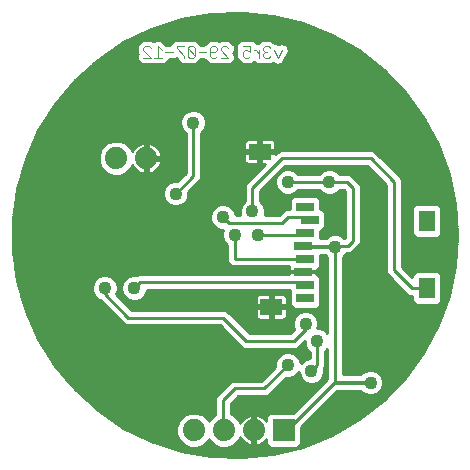
<source format=gbl>
G75*
G70*
%OFA0B0*%
%FSLAX24Y24*%
%IPPOS*%
%LPD*%
%AMOC8*
5,1,8,0,0,1.08239X$1,22.5*
%
%ADD10C,0.0030*%
%ADD11R,0.0551X0.0709*%
%ADD12R,0.0748X0.0551*%
%ADD13R,0.0591X0.0315*%
%ADD14R,0.0740X0.0740*%
%ADD15C,0.0740*%
%ADD16C,0.0436*%
%ADD17C,0.0100*%
%ADD18C,0.0120*%
D10*
X004784Y013741D02*
X005031Y013741D01*
X004784Y013988D01*
X004784Y014050D01*
X004846Y014112D01*
X004969Y014112D01*
X005031Y014050D01*
X005276Y014112D02*
X005276Y013741D01*
X005399Y013741D02*
X005152Y013741D01*
X005399Y013988D02*
X005276Y014112D01*
X005521Y013927D02*
X005768Y013927D01*
X005889Y014050D02*
X006136Y013803D01*
X006136Y013741D01*
X006257Y013803D02*
X006319Y013741D01*
X006442Y013741D01*
X006504Y013803D01*
X006257Y014050D01*
X006257Y013803D01*
X006257Y014050D02*
X006319Y014112D01*
X006442Y014112D01*
X006504Y014050D01*
X006504Y013803D01*
X006626Y013927D02*
X006872Y013927D01*
X006994Y013927D02*
X007179Y013927D01*
X007241Y013988D01*
X007241Y014050D01*
X007179Y014112D01*
X007056Y014112D01*
X006994Y014050D01*
X006994Y013803D01*
X007056Y013741D01*
X007179Y013741D01*
X007241Y013803D01*
X007362Y013741D02*
X007609Y013741D01*
X007362Y013988D01*
X007362Y014050D01*
X007424Y014112D01*
X007547Y014112D01*
X007609Y014050D01*
X008099Y014112D02*
X008346Y014112D01*
X008346Y013927D01*
X008222Y013988D01*
X008161Y013988D01*
X008099Y013927D01*
X008099Y013803D01*
X008161Y013741D01*
X008284Y013741D01*
X008346Y013803D01*
X008467Y013988D02*
X008529Y013988D01*
X008653Y013865D01*
X008774Y013865D02*
X008774Y013803D01*
X008836Y013741D01*
X008959Y013741D01*
X009021Y013803D01*
X008898Y013927D02*
X008836Y013927D01*
X008774Y013865D01*
X008836Y013927D02*
X008774Y013988D01*
X008774Y014050D01*
X008836Y014112D01*
X008959Y014112D01*
X009021Y014050D01*
X009142Y013988D02*
X009266Y013741D01*
X009389Y013988D01*
X008653Y013988D02*
X008653Y013741D01*
X006136Y014112D02*
X005889Y014112D01*
X005889Y014050D01*
D11*
X014229Y008304D03*
X014229Y006059D03*
D12*
X009052Y005430D03*
X008658Y010607D03*
D13*
X010174Y008772D03*
X010331Y008339D03*
X010174Y007906D03*
X010095Y007473D03*
X010174Y007040D03*
X010095Y006607D03*
X010174Y006174D03*
X010174Y005741D03*
D14*
X009464Y001319D03*
D15*
X008464Y001319D03*
X007464Y001319D03*
X006464Y001319D03*
X004874Y010386D03*
X003874Y010386D03*
D16*
X005465Y011961D03*
X006449Y011567D03*
X005859Y009205D03*
X007433Y008418D03*
X007827Y007827D03*
X008615Y007827D03*
X008418Y008615D03*
X009599Y009599D03*
X010977Y009599D03*
X011174Y008811D03*
X011174Y007433D03*
X012059Y006941D03*
X010189Y004874D03*
X010583Y004284D03*
X010386Y003300D03*
X009796Y002709D03*
X009599Y003496D03*
X008615Y003693D03*
X011370Y001922D03*
X012355Y002906D03*
X014520Y007237D03*
X010386Y013733D03*
X004678Y007237D03*
X004481Y006056D03*
X003496Y006056D03*
X001528Y005071D03*
X001331Y007630D03*
X001528Y010386D03*
X003496Y013142D03*
X003103Y002512D03*
D17*
X002561Y002613D02*
X007363Y002613D01*
X007286Y002536D02*
X007213Y002463D01*
X007173Y002367D01*
X007173Y001827D01*
X007135Y001811D01*
X006972Y001648D01*
X006964Y001628D01*
X006956Y001648D01*
X006793Y001811D01*
X006579Y001899D01*
X006349Y001899D01*
X006135Y001811D01*
X005972Y001648D01*
X005884Y001435D01*
X005884Y001204D01*
X005972Y000991D01*
X006135Y000828D01*
X006349Y000739D01*
X006579Y000739D01*
X006793Y000828D01*
X006956Y000991D01*
X006964Y001011D01*
X006972Y000991D01*
X007135Y000828D01*
X007349Y000739D01*
X007579Y000739D01*
X007793Y000828D01*
X007956Y000991D01*
X007997Y001091D01*
X008019Y001047D01*
X008067Y000981D01*
X008125Y000923D01*
X008191Y000875D01*
X008264Y000838D01*
X008342Y000812D01*
X008414Y000801D01*
X008414Y001269D01*
X008514Y001269D01*
X008514Y000801D01*
X008586Y000812D01*
X008664Y000838D01*
X008737Y000875D01*
X008803Y000923D01*
X008861Y000981D01*
X008884Y001013D01*
X008884Y000862D01*
X009007Y000739D01*
X009921Y000739D01*
X010044Y000862D01*
X010044Y001436D01*
X011244Y002636D01*
X012019Y002636D01*
X012112Y002543D01*
X012270Y002478D01*
X012440Y002478D01*
X012597Y002543D01*
X012718Y002663D01*
X012783Y002821D01*
X012783Y002991D01*
X012718Y003148D01*
X012597Y003269D01*
X012440Y003334D01*
X012270Y003334D01*
X012112Y003269D01*
X012019Y003176D01*
X011434Y003176D01*
X011434Y007088D01*
X011537Y007191D01*
X011546Y007213D01*
X011658Y007213D01*
X011754Y007252D01*
X011911Y007410D01*
X011985Y007483D01*
X012024Y007579D01*
X012024Y009454D01*
X011985Y009549D01*
X011788Y009746D01*
X011715Y009819D01*
X011619Y009859D01*
X011322Y009859D01*
X011219Y009962D01*
X011062Y010027D01*
X010892Y010027D01*
X010734Y009962D01*
X010631Y009859D01*
X009944Y009859D01*
X009841Y009962D01*
X009684Y010027D01*
X009514Y010027D01*
X009356Y009962D01*
X009236Y009841D01*
X009171Y009684D01*
X009171Y009514D01*
X009236Y009356D01*
X009356Y009236D01*
X009514Y009171D01*
X009684Y009171D01*
X009841Y009236D01*
X009944Y009339D01*
X010631Y009339D01*
X010734Y009236D01*
X010892Y009171D01*
X011062Y009171D01*
X011219Y009236D01*
X011322Y009339D01*
X011460Y009339D01*
X011504Y009294D01*
X011504Y007738D01*
X011499Y007733D01*
X011480Y007733D01*
X011416Y007796D01*
X011259Y007862D01*
X011088Y007862D01*
X010931Y007796D01*
X010868Y007733D01*
X010679Y007733D01*
X010679Y007971D01*
X010713Y007971D01*
X010836Y008095D01*
X010836Y008583D01*
X010713Y008706D01*
X010679Y008706D01*
X010679Y009017D01*
X010556Y009140D01*
X009791Y009140D01*
X009668Y009017D01*
X009668Y008678D01*
X009547Y008678D01*
X009452Y008638D01*
X009378Y008565D01*
X009294Y008481D01*
X008826Y008481D01*
X008846Y008529D01*
X008846Y008700D01*
X008781Y008857D01*
X008678Y008960D01*
X008678Y009294D01*
X009510Y010126D01*
X012247Y010126D01*
X012882Y009491D01*
X012882Y006594D01*
X012922Y006499D01*
X012995Y006426D01*
X013581Y005839D01*
X013677Y005799D01*
X013743Y005799D01*
X013743Y005618D01*
X013866Y005495D01*
X014591Y005495D01*
X014714Y005618D01*
X014714Y006501D01*
X014591Y006624D01*
X013866Y006624D01*
X013743Y006501D01*
X013743Y006413D01*
X013402Y006754D01*
X013402Y009651D01*
X013363Y009746D01*
X012575Y010533D01*
X012502Y010607D01*
X012406Y010646D01*
X009350Y010646D01*
X009255Y010607D01*
X009182Y010534D01*
X009182Y010557D01*
X008708Y010557D01*
X008708Y010657D01*
X008608Y010657D01*
X008608Y011032D01*
X008264Y011032D01*
X008226Y011022D01*
X008192Y011002D01*
X008164Y010974D01*
X008144Y010940D01*
X008134Y010902D01*
X008134Y010657D01*
X008608Y010657D01*
X008608Y010557D01*
X008134Y010557D01*
X008134Y010311D01*
X008144Y010273D01*
X008164Y010239D01*
X008192Y010211D01*
X008226Y010191D01*
X008264Y010181D01*
X008608Y010181D01*
X008608Y010557D01*
X008708Y010557D01*
X008708Y010181D01*
X008829Y010181D01*
X008270Y009622D01*
X008197Y009549D01*
X008158Y009454D01*
X008158Y008960D01*
X008055Y008857D01*
X007990Y008700D01*
X007990Y008529D01*
X008010Y008481D01*
X007862Y008481D01*
X007862Y008503D01*
X007796Y008660D01*
X007676Y008781D01*
X007519Y008846D01*
X007348Y008846D01*
X007191Y008781D01*
X007071Y008660D01*
X007005Y008503D01*
X007005Y008333D01*
X007071Y008175D01*
X007191Y008055D01*
X007348Y007990D01*
X007431Y007990D01*
X007399Y007912D01*
X007399Y007742D01*
X007464Y007585D01*
X007567Y007482D01*
X007567Y006988D01*
X007607Y006892D01*
X007680Y006819D01*
X007775Y006780D01*
X009650Y006780D01*
X009650Y006635D01*
X010066Y006635D01*
X010066Y006578D01*
X009650Y006578D01*
X009650Y006512D01*
X004626Y006512D01*
X004556Y006484D01*
X004396Y006484D01*
X004238Y006418D01*
X004118Y006298D01*
X004053Y006141D01*
X004053Y005970D01*
X004118Y005813D01*
X004238Y005693D01*
X004396Y005627D01*
X004566Y005627D01*
X004723Y005693D01*
X004844Y005813D01*
X004909Y005970D01*
X004909Y005992D01*
X009668Y005992D01*
X009668Y005496D01*
X009791Y005373D01*
X010556Y005373D01*
X010679Y005496D01*
X010679Y006418D01*
X010556Y006541D01*
X010540Y006541D01*
X010540Y006578D01*
X010124Y006578D01*
X010124Y006635D01*
X010540Y006635D01*
X010540Y006672D01*
X010556Y006672D01*
X010679Y006795D01*
X010679Y007173D01*
X010828Y007173D01*
X010914Y007088D01*
X010914Y004559D01*
X010826Y004647D01*
X010668Y004712D01*
X010585Y004712D01*
X010617Y004789D01*
X010617Y004960D01*
X010552Y005117D01*
X010432Y005237D01*
X010275Y005303D01*
X010104Y005303D01*
X009947Y005237D01*
X009826Y005117D01*
X009761Y004960D01*
X009761Y004789D01*
X009812Y004668D01*
X009688Y004544D01*
X008329Y004544D01*
X007581Y005292D01*
X007485Y005331D01*
X004392Y005331D01*
X003874Y005849D01*
X003925Y005970D01*
X003925Y006141D01*
X003859Y006298D01*
X003739Y006418D01*
X003582Y006484D01*
X003411Y006484D01*
X003254Y006418D01*
X003134Y006298D01*
X003068Y006141D01*
X003068Y005970D01*
X003134Y005813D01*
X003254Y005693D01*
X003324Y005664D01*
X004063Y004924D01*
X004137Y004851D01*
X004232Y004811D01*
X007326Y004811D01*
X008000Y004137D01*
X008074Y004063D01*
X008169Y004024D01*
X009847Y004024D01*
X009943Y004063D01*
X010016Y004137D01*
X010155Y004275D01*
X010155Y004199D01*
X010220Y004041D01*
X010323Y003938D01*
X010323Y003728D01*
X010301Y003728D01*
X010144Y003663D01*
X010027Y003546D01*
X010027Y003582D01*
X009962Y003739D01*
X009841Y003859D01*
X009684Y003925D01*
X009514Y003925D01*
X009356Y003859D01*
X009236Y003739D01*
X009171Y003582D01*
X009171Y003436D01*
X008704Y002969D01*
X007775Y002969D01*
X007680Y002929D01*
X007286Y002536D01*
X007264Y002514D02*
X002670Y002514D01*
X002780Y002416D02*
X007194Y002416D01*
X007173Y002317D02*
X002889Y002317D01*
X002998Y002219D02*
X007173Y002219D01*
X007173Y002120D02*
X003108Y002120D01*
X003217Y002022D02*
X007173Y002022D01*
X007173Y001923D02*
X003349Y001923D01*
X003261Y001982D02*
X002492Y002675D01*
X001827Y003467D01*
X001278Y004345D01*
X000857Y005290D01*
X000572Y006285D01*
X000428Y007310D01*
X000428Y008345D01*
X000572Y009369D01*
X000857Y010364D01*
X001278Y011309D01*
X001827Y012187D01*
X002492Y012980D01*
X003261Y013672D01*
X004119Y014251D01*
X005049Y014704D01*
X006033Y015024D01*
X007052Y015204D01*
X008086Y015240D01*
X009115Y015132D01*
X010119Y014881D01*
X011079Y014494D01*
X011975Y013976D01*
X012790Y013339D01*
X013509Y012595D01*
X014117Y011758D01*
X014603Y010844D01*
X014957Y009872D01*
X015172Y008859D01*
X015244Y007827D01*
X015172Y006795D01*
X014957Y005783D01*
X014603Y004810D01*
X014117Y003897D01*
X013509Y003060D01*
X012790Y002315D01*
X011975Y001678D01*
X011079Y001161D01*
X010119Y000773D01*
X009115Y000523D01*
X008086Y000415D01*
X007052Y000451D01*
X006033Y000630D01*
X005049Y000950D01*
X004119Y001404D01*
X003261Y001982D01*
X003495Y001825D02*
X006168Y001825D01*
X006050Y001726D02*
X003641Y001726D01*
X003787Y001628D02*
X005964Y001628D01*
X005923Y001529D02*
X003933Y001529D01*
X004079Y001431D02*
X005884Y001431D01*
X005884Y001332D02*
X004266Y001332D01*
X004468Y001234D02*
X005884Y001234D01*
X005913Y001135D02*
X004670Y001135D01*
X004871Y001037D02*
X005953Y001037D01*
X006025Y000938D02*
X005086Y000938D01*
X005389Y000840D02*
X006124Y000840D01*
X005995Y000643D02*
X009596Y000643D01*
X009923Y000741D02*
X009991Y000741D01*
X010021Y000840D02*
X010284Y000840D01*
X010044Y000938D02*
X010528Y000938D01*
X010771Y001037D02*
X010044Y001037D01*
X010044Y001135D02*
X011015Y001135D01*
X011205Y001234D02*
X010044Y001234D01*
X010044Y001332D02*
X011375Y001332D01*
X011546Y001431D02*
X010044Y001431D01*
X010137Y001529D02*
X011717Y001529D01*
X011887Y001628D02*
X010235Y001628D01*
X010334Y001726D02*
X012036Y001726D01*
X012162Y001825D02*
X010432Y001825D01*
X010531Y001923D02*
X012288Y001923D01*
X012414Y002022D02*
X010629Y002022D01*
X010728Y002120D02*
X012540Y002120D01*
X012667Y002219D02*
X010826Y002219D01*
X010925Y002317D02*
X012792Y002317D01*
X012887Y002416D02*
X011023Y002416D01*
X011122Y002514D02*
X012182Y002514D01*
X012043Y002613D02*
X011220Y002613D01*
X011174Y002906D02*
X011146Y002906D01*
X009559Y001319D01*
X009464Y001319D01*
X008932Y001825D02*
X008592Y001825D01*
X008586Y001827D02*
X008514Y001838D01*
X008514Y001369D01*
X008414Y001369D01*
X008414Y001838D01*
X008342Y001827D01*
X008264Y001801D01*
X008191Y001764D01*
X008125Y001716D01*
X008067Y001658D01*
X008019Y001592D01*
X007997Y001548D01*
X007956Y001648D01*
X007793Y001811D01*
X007693Y001852D01*
X007693Y002208D01*
X007935Y002449D01*
X008863Y002449D01*
X008959Y002489D01*
X009032Y002562D01*
X009538Y003068D01*
X009684Y003068D01*
X009841Y003134D01*
X009958Y003250D01*
X009958Y003214D01*
X010023Y003057D01*
X010144Y002937D01*
X010301Y002871D01*
X010471Y002871D01*
X010629Y002937D01*
X010749Y003057D01*
X010814Y003214D01*
X010814Y003375D01*
X010843Y003445D01*
X010843Y003938D01*
X010914Y004009D01*
X010914Y003041D01*
X009772Y001899D01*
X009007Y001899D01*
X008884Y001776D01*
X008884Y001626D01*
X008861Y001658D01*
X008803Y001716D01*
X008737Y001764D01*
X008664Y001801D01*
X008586Y001827D01*
X008514Y001825D02*
X008414Y001825D01*
X008336Y001825D02*
X007760Y001825D01*
X007693Y001923D02*
X009795Y001923D01*
X009894Y002022D02*
X007693Y002022D01*
X007693Y002120D02*
X009992Y002120D01*
X010091Y002219D02*
X007704Y002219D01*
X007803Y002317D02*
X010189Y002317D01*
X010288Y002416D02*
X007901Y002416D01*
X007827Y002709D02*
X007433Y002315D01*
X007433Y001350D01*
X007464Y001319D01*
X007050Y001726D02*
X006878Y001726D01*
X006760Y001825D02*
X007168Y001825D01*
X007878Y001726D02*
X008139Y001726D01*
X008045Y001628D02*
X007964Y001628D01*
X008414Y001628D02*
X008514Y001628D01*
X008514Y001726D02*
X008414Y001726D01*
X008414Y001529D02*
X008514Y001529D01*
X008514Y001431D02*
X008414Y001431D01*
X008414Y001234D02*
X008514Y001234D01*
X008514Y001135D02*
X008414Y001135D01*
X008414Y001037D02*
X008514Y001037D01*
X008514Y000938D02*
X008414Y000938D01*
X008414Y000840D02*
X008514Y000840D01*
X008667Y000840D02*
X008907Y000840D01*
X008884Y000938D02*
X008818Y000938D01*
X009005Y000741D02*
X007583Y000741D01*
X007804Y000840D02*
X008261Y000840D01*
X008110Y000938D02*
X007903Y000938D01*
X007975Y001037D02*
X008027Y001037D01*
X008381Y000446D02*
X007199Y000446D01*
X007345Y000741D02*
X006583Y000741D01*
X006522Y000544D02*
X009201Y000544D01*
X008883Y001628D02*
X008884Y001628D01*
X008884Y001726D02*
X008789Y001726D01*
X008984Y002514D02*
X010386Y002514D01*
X010485Y002613D02*
X009083Y002613D01*
X009181Y002711D02*
X010583Y002711D01*
X010682Y002810D02*
X009280Y002810D01*
X009378Y002908D02*
X010213Y002908D01*
X010074Y003007D02*
X009477Y003007D01*
X009772Y003105D02*
X010003Y003105D01*
X009963Y003204D02*
X009911Y003204D01*
X010020Y003598D02*
X010079Y003598D01*
X009980Y003696D02*
X010225Y003696D01*
X010323Y003795D02*
X009906Y003795D01*
X009760Y003893D02*
X010323Y003893D01*
X010270Y003992D02*
X001499Y003992D01*
X001438Y004090D02*
X008047Y004090D01*
X007949Y004189D02*
X001376Y004189D01*
X001314Y004287D02*
X007850Y004287D01*
X007752Y004386D02*
X001260Y004386D01*
X001216Y004484D02*
X007653Y004484D01*
X007555Y004583D02*
X001172Y004583D01*
X001129Y004681D02*
X007456Y004681D01*
X007358Y004780D02*
X001085Y004780D01*
X001041Y004878D02*
X004109Y004878D01*
X004011Y004977D02*
X000997Y004977D01*
X000953Y005075D02*
X003912Y005075D01*
X003814Y005174D02*
X000909Y005174D01*
X000865Y005272D02*
X003715Y005272D01*
X003617Y005371D02*
X000834Y005371D01*
X000806Y005469D02*
X003518Y005469D01*
X003420Y005568D02*
X000778Y005568D01*
X000750Y005666D02*
X003318Y005666D01*
X003182Y005765D02*
X000721Y005765D01*
X000693Y005863D02*
X003113Y005863D01*
X003072Y005962D02*
X000665Y005962D01*
X000637Y006060D02*
X003068Y006060D01*
X003076Y006159D02*
X000608Y006159D01*
X000580Y006257D02*
X003117Y006257D01*
X003191Y006356D02*
X000562Y006356D01*
X000548Y006454D02*
X003340Y006454D01*
X003653Y006454D02*
X004324Y006454D01*
X004175Y006356D02*
X003802Y006356D01*
X003876Y006257D02*
X004101Y006257D01*
X004060Y006159D02*
X003917Y006159D01*
X003925Y006060D02*
X004053Y006060D01*
X004056Y005962D02*
X003921Y005962D01*
X003880Y005863D02*
X004097Y005863D01*
X004166Y005765D02*
X003958Y005765D01*
X004057Y005666D02*
X004302Y005666D01*
X004155Y005568D02*
X008528Y005568D01*
X008528Y005480D02*
X009002Y005480D01*
X009002Y005855D01*
X008658Y005855D01*
X008620Y005845D01*
X008585Y005825D01*
X008558Y005797D01*
X008538Y005763D01*
X008528Y005725D01*
X008528Y005480D01*
X008528Y005380D02*
X008528Y005134D01*
X008538Y005096D01*
X008558Y005062D01*
X008585Y005034D01*
X008620Y005014D01*
X008658Y005004D01*
X009002Y005004D01*
X009002Y005380D01*
X008528Y005380D01*
X008528Y005371D02*
X004352Y005371D01*
X004254Y005469D02*
X009002Y005469D01*
X009002Y005480D02*
X009002Y005380D01*
X009102Y005380D01*
X009102Y005480D01*
X009002Y005480D01*
X009002Y005568D02*
X009102Y005568D01*
X009102Y005480D02*
X009102Y005855D01*
X009445Y005855D01*
X009483Y005845D01*
X009518Y005825D01*
X009546Y005797D01*
X009565Y005763D01*
X009576Y005725D01*
X009576Y005480D01*
X009102Y005480D01*
X009102Y005469D02*
X009695Y005469D01*
X009668Y005568D02*
X009576Y005568D01*
X009576Y005666D02*
X009668Y005666D01*
X009668Y005765D02*
X009565Y005765D01*
X009668Y005863D02*
X004864Y005863D01*
X004905Y005962D02*
X009668Y005962D01*
X010095Y006252D02*
X010174Y006174D01*
X010095Y006252D02*
X004678Y006252D01*
X004481Y006056D01*
X004795Y005765D02*
X008539Y005765D01*
X008528Y005666D02*
X004659Y005666D01*
X004284Y005071D02*
X007433Y005071D01*
X008221Y004284D01*
X009796Y004284D01*
X010189Y004678D01*
X010189Y004874D01*
X009883Y005174D02*
X009576Y005174D01*
X009576Y005134D02*
X009576Y005380D01*
X009102Y005380D01*
X009102Y005004D01*
X009445Y005004D01*
X009483Y005014D01*
X009518Y005034D01*
X009546Y005062D01*
X009565Y005096D01*
X009576Y005134D01*
X009553Y005075D02*
X009809Y005075D01*
X009768Y004977D02*
X007896Y004977D01*
X007797Y005075D02*
X008550Y005075D01*
X008528Y005174D02*
X007699Y005174D01*
X007600Y005272D02*
X008528Y005272D01*
X009002Y005272D02*
X009102Y005272D01*
X009102Y005174D02*
X009002Y005174D01*
X009002Y005075D02*
X009102Y005075D01*
X009102Y005371D02*
X009002Y005371D01*
X009002Y005666D02*
X009102Y005666D01*
X009102Y005765D02*
X009002Y005765D01*
X009576Y005371D02*
X010914Y005371D01*
X010914Y005469D02*
X010652Y005469D01*
X010679Y005568D02*
X010914Y005568D01*
X010914Y005666D02*
X010679Y005666D01*
X010679Y005765D02*
X010914Y005765D01*
X010914Y005863D02*
X010679Y005863D01*
X010679Y005962D02*
X010914Y005962D01*
X010914Y006060D02*
X010679Y006060D01*
X010679Y006159D02*
X010914Y006159D01*
X010914Y006257D02*
X010679Y006257D01*
X010679Y006356D02*
X010914Y006356D01*
X010914Y006454D02*
X010643Y006454D01*
X010540Y006553D02*
X010914Y006553D01*
X010914Y006651D02*
X010540Y006651D01*
X010633Y006750D02*
X010914Y006750D01*
X010914Y006848D02*
X010679Y006848D01*
X010679Y006947D02*
X010914Y006947D01*
X010914Y007045D02*
X010679Y007045D01*
X010679Y007144D02*
X010858Y007144D01*
X011174Y007433D02*
X011174Y002906D01*
X010879Y003007D02*
X010699Y003007D01*
X010769Y003105D02*
X010914Y003105D01*
X010914Y003204D02*
X010810Y003204D01*
X010814Y003302D02*
X010914Y003302D01*
X010914Y003401D02*
X010825Y003401D01*
X010843Y003499D02*
X010914Y003499D01*
X010914Y003598D02*
X010843Y003598D01*
X010843Y003696D02*
X010914Y003696D01*
X010914Y003795D02*
X010843Y003795D01*
X010843Y003893D02*
X010914Y003893D01*
X010914Y003992D02*
X010896Y003992D01*
X010583Y004284D02*
X010583Y003496D01*
X010386Y003300D01*
X010560Y002908D02*
X010780Y002908D01*
X011434Y003204D02*
X012047Y003204D01*
X012192Y003302D02*
X011434Y003302D01*
X011434Y003401D02*
X013757Y003401D01*
X013828Y003499D02*
X011434Y003499D01*
X011434Y003598D02*
X013900Y003598D01*
X013971Y003696D02*
X011434Y003696D01*
X011434Y003795D02*
X014043Y003795D01*
X014115Y003893D02*
X011434Y003893D01*
X011434Y003992D02*
X014168Y003992D01*
X014220Y004090D02*
X011434Y004090D01*
X011434Y004189D02*
X014272Y004189D01*
X014325Y004287D02*
X011434Y004287D01*
X011434Y004386D02*
X014377Y004386D01*
X014430Y004484D02*
X011434Y004484D01*
X011434Y004583D02*
X014482Y004583D01*
X014534Y004681D02*
X011434Y004681D01*
X011434Y004780D02*
X014587Y004780D01*
X014628Y004878D02*
X011434Y004878D01*
X011434Y004977D02*
X014664Y004977D01*
X014699Y005075D02*
X011434Y005075D01*
X011434Y005174D02*
X014735Y005174D01*
X014771Y005272D02*
X011434Y005272D01*
X011434Y005371D02*
X014807Y005371D01*
X014843Y005469D02*
X011434Y005469D01*
X011434Y005568D02*
X013794Y005568D01*
X013743Y005666D02*
X011434Y005666D01*
X011434Y005765D02*
X013743Y005765D01*
X013557Y005863D02*
X011434Y005863D01*
X011434Y005962D02*
X013459Y005962D01*
X013360Y006060D02*
X011434Y006060D01*
X011434Y006159D02*
X013262Y006159D01*
X013163Y006257D02*
X011434Y006257D01*
X011434Y006356D02*
X013065Y006356D01*
X012966Y006454D02*
X011434Y006454D01*
X011434Y006553D02*
X012899Y006553D01*
X012882Y006651D02*
X011434Y006651D01*
X011434Y006750D02*
X012882Y006750D01*
X012882Y006848D02*
X011434Y006848D01*
X011434Y006947D02*
X012882Y006947D01*
X012882Y007045D02*
X011434Y007045D01*
X011489Y007144D02*
X012882Y007144D01*
X012882Y007242D02*
X011729Y007242D01*
X011842Y007341D02*
X012882Y007341D01*
X012882Y007439D02*
X011941Y007439D01*
X012007Y007538D02*
X012882Y007538D01*
X012882Y007636D02*
X012024Y007636D01*
X012024Y007735D02*
X012882Y007735D01*
X012882Y007833D02*
X012024Y007833D01*
X012024Y007932D02*
X012882Y007932D01*
X012882Y008030D02*
X012024Y008030D01*
X012024Y008129D02*
X012882Y008129D01*
X012882Y008227D02*
X012024Y008227D01*
X012024Y008326D02*
X012882Y008326D01*
X012882Y008424D02*
X012024Y008424D01*
X012024Y008523D02*
X012882Y008523D01*
X012882Y008621D02*
X012024Y008621D01*
X012024Y008720D02*
X012882Y008720D01*
X012882Y008818D02*
X012024Y008818D01*
X012024Y008917D02*
X012882Y008917D01*
X012882Y009015D02*
X012024Y009015D01*
X012024Y009114D02*
X012882Y009114D01*
X012882Y009212D02*
X012024Y009212D01*
X012024Y009311D02*
X012882Y009311D01*
X012882Y009409D02*
X012024Y009409D01*
X012002Y009508D02*
X012866Y009508D01*
X012767Y009606D02*
X011928Y009606D01*
X011829Y009705D02*
X012669Y009705D01*
X012570Y009803D02*
X011731Y009803D01*
X011567Y009599D02*
X010977Y009599D01*
X009599Y009599D01*
X009902Y009902D02*
X010674Y009902D01*
X010827Y010000D02*
X009749Y010000D01*
X009482Y010099D02*
X012275Y010099D01*
X012373Y010000D02*
X011127Y010000D01*
X011280Y009902D02*
X012472Y009902D01*
X012813Y010296D02*
X014803Y010296D01*
X014767Y010394D02*
X012715Y010394D01*
X012616Y010493D02*
X014731Y010493D01*
X014695Y010591D02*
X012518Y010591D01*
X012355Y010386D02*
X009402Y010386D01*
X008418Y009402D01*
X008418Y008615D01*
X008721Y008917D02*
X009668Y008917D01*
X009668Y009015D02*
X008678Y009015D01*
X008678Y009114D02*
X009765Y009114D01*
X009784Y009212D02*
X010792Y009212D01*
X010660Y009311D02*
X009916Y009311D01*
X009414Y009212D02*
X008678Y009212D01*
X008694Y009311D02*
X009282Y009311D01*
X009214Y009409D02*
X008792Y009409D01*
X008891Y009508D02*
X009173Y009508D01*
X009171Y009606D02*
X008989Y009606D01*
X009088Y009705D02*
X009179Y009705D01*
X009186Y009803D02*
X009220Y009803D01*
X009285Y009902D02*
X009296Y009902D01*
X009383Y010000D02*
X009449Y010000D01*
X009239Y010591D02*
X008708Y010591D01*
X008708Y010657D02*
X009182Y010657D01*
X009182Y010902D01*
X009172Y010940D01*
X009152Y010974D01*
X009124Y011002D01*
X009090Y011022D01*
X009052Y011032D01*
X008708Y011032D01*
X008708Y010657D01*
X008708Y010690D02*
X008608Y010690D01*
X008608Y010788D02*
X008708Y010788D01*
X008708Y010887D02*
X008608Y010887D01*
X008608Y010985D02*
X008708Y010985D01*
X008608Y010591D02*
X006709Y010591D01*
X006709Y010493D02*
X008134Y010493D01*
X008134Y010394D02*
X006709Y010394D01*
X006709Y010296D02*
X008138Y010296D01*
X008216Y010197D02*
X006709Y010197D01*
X006709Y010099D02*
X008747Y010099D01*
X008708Y010197D02*
X008608Y010197D01*
X008608Y010296D02*
X008708Y010296D01*
X008708Y010394D02*
X008608Y010394D01*
X008608Y010493D02*
X008708Y010493D01*
X009182Y010690D02*
X014659Y010690D01*
X014623Y010788D02*
X009182Y010788D01*
X009182Y010887D02*
X014580Y010887D01*
X014528Y010985D02*
X009141Y010985D01*
X008174Y010985D02*
X006709Y010985D01*
X006709Y010887D02*
X008134Y010887D01*
X008134Y010788D02*
X006709Y010788D01*
X006709Y010690D02*
X008134Y010690D01*
X008648Y010000D02*
X006709Y010000D01*
X006709Y009902D02*
X008550Y009902D01*
X008451Y009803D02*
X006709Y009803D01*
X006709Y009744D02*
X006709Y011222D01*
X006812Y011325D01*
X006877Y011482D01*
X006877Y011652D01*
X006812Y011810D01*
X006692Y011930D01*
X006534Y011995D01*
X006364Y011995D01*
X006207Y011930D01*
X006086Y011810D01*
X006021Y011652D01*
X006021Y011482D01*
X006086Y011325D01*
X006189Y011222D01*
X006189Y009903D01*
X005919Y009633D01*
X005774Y009633D01*
X005616Y009568D01*
X005496Y009448D01*
X005431Y009290D01*
X005431Y009120D01*
X005496Y008963D01*
X005616Y008842D01*
X005774Y008777D01*
X005944Y008777D01*
X006101Y008842D01*
X006222Y008963D01*
X006287Y009120D01*
X006287Y009266D01*
X006670Y009648D01*
X006709Y009744D01*
X006693Y009705D02*
X008353Y009705D01*
X008254Y009606D02*
X006627Y009606D01*
X006529Y009508D02*
X008180Y009508D01*
X008158Y009409D02*
X006430Y009409D01*
X006332Y009311D02*
X008158Y009311D01*
X008158Y009212D02*
X006287Y009212D01*
X006284Y009114D02*
X008158Y009114D01*
X008158Y009015D02*
X006243Y009015D01*
X006176Y008917D02*
X008114Y008917D01*
X008039Y008818D02*
X007586Y008818D01*
X007737Y008720D02*
X007998Y008720D01*
X007990Y008621D02*
X007813Y008621D01*
X007853Y008523D02*
X007992Y008523D01*
X007630Y008221D02*
X009402Y008221D01*
X009599Y008418D01*
X010252Y008418D01*
X010331Y008339D01*
X010174Y007906D02*
X010095Y007827D01*
X008615Y007827D01*
X008843Y008523D02*
X009336Y008523D01*
X009434Y008621D02*
X008846Y008621D01*
X008838Y008720D02*
X009668Y008720D01*
X009668Y008818D02*
X008797Y008818D01*
X007827Y007827D02*
X007827Y007040D01*
X010174Y007040D01*
X010134Y007433D02*
X010095Y007473D01*
X011607Y007473D01*
X011764Y007630D01*
X011764Y009402D01*
X011567Y009599D01*
X011488Y009311D02*
X011294Y009311D01*
X011162Y009212D02*
X011504Y009212D01*
X011504Y009114D02*
X010582Y009114D01*
X010679Y009015D02*
X011504Y009015D01*
X011504Y008917D02*
X010679Y008917D01*
X010679Y008818D02*
X011504Y008818D01*
X011504Y008720D02*
X010679Y008720D01*
X010799Y008621D02*
X011504Y008621D01*
X011504Y008523D02*
X010836Y008523D01*
X010836Y008424D02*
X011504Y008424D01*
X011504Y008326D02*
X010836Y008326D01*
X010836Y008227D02*
X011504Y008227D01*
X011504Y008129D02*
X010836Y008129D01*
X010772Y008030D02*
X011504Y008030D01*
X011504Y007932D02*
X010679Y007932D01*
X010679Y007833D02*
X011020Y007833D01*
X010869Y007735D02*
X010679Y007735D01*
X011174Y007433D02*
X010134Y007433D01*
X009650Y006750D02*
X000507Y006750D01*
X000493Y006848D02*
X007651Y006848D01*
X007584Y006947D02*
X000479Y006947D01*
X000465Y007045D02*
X007567Y007045D01*
X007567Y007144D02*
X000451Y007144D01*
X000438Y007242D02*
X007567Y007242D01*
X007567Y007341D02*
X000428Y007341D01*
X000428Y007439D02*
X007567Y007439D01*
X007511Y007538D02*
X000428Y007538D01*
X000428Y007636D02*
X007443Y007636D01*
X007402Y007735D02*
X000428Y007735D01*
X000428Y007833D02*
X007399Y007833D01*
X007407Y007932D02*
X000428Y007932D01*
X000428Y008030D02*
X007251Y008030D01*
X007117Y008129D02*
X000428Y008129D01*
X000428Y008227D02*
X007049Y008227D01*
X007008Y008326D02*
X000428Y008326D01*
X000439Y008424D02*
X007005Y008424D01*
X007013Y008523D02*
X000453Y008523D01*
X000467Y008621D02*
X007054Y008621D01*
X007130Y008720D02*
X000481Y008720D01*
X000495Y008818D02*
X005674Y008818D01*
X005542Y008917D02*
X000508Y008917D01*
X000522Y009015D02*
X005474Y009015D01*
X005433Y009114D02*
X000536Y009114D01*
X000550Y009212D02*
X005431Y009212D01*
X005439Y009311D02*
X000564Y009311D01*
X000583Y009409D02*
X005480Y009409D01*
X005556Y009508D02*
X000612Y009508D01*
X000640Y009606D02*
X005708Y009606D01*
X005990Y009705D02*
X000668Y009705D01*
X000696Y009803D02*
X006089Y009803D01*
X006187Y009902D02*
X005065Y009902D01*
X005074Y009904D02*
X005147Y009941D01*
X005213Y009990D01*
X005271Y010047D01*
X005319Y010114D01*
X005356Y010187D01*
X005382Y010264D01*
X005393Y010336D01*
X004924Y010336D01*
X004924Y009868D01*
X004996Y009879D01*
X005074Y009904D01*
X004924Y009902D02*
X004824Y009902D01*
X004824Y009868D02*
X004824Y010336D01*
X004924Y010336D01*
X004924Y010436D01*
X004824Y010436D01*
X004824Y010905D01*
X004753Y010893D01*
X004675Y010868D01*
X004602Y010831D01*
X004536Y010783D01*
X004478Y010725D01*
X004430Y010659D01*
X004407Y010615D01*
X004366Y010715D01*
X004203Y010878D01*
X003990Y010966D01*
X003759Y010966D01*
X003546Y010878D01*
X003383Y010715D01*
X003294Y010502D01*
X003294Y010271D01*
X003383Y010058D01*
X003546Y009895D01*
X003759Y009806D01*
X003990Y009806D01*
X004203Y009895D01*
X004366Y010058D01*
X004407Y010157D01*
X004430Y010114D01*
X004478Y010047D01*
X004536Y009990D01*
X004602Y009941D01*
X004675Y009904D01*
X004753Y009879D01*
X004824Y009868D01*
X004824Y010000D02*
X004924Y010000D01*
X004924Y010099D02*
X004824Y010099D01*
X004824Y010197D02*
X004924Y010197D01*
X004924Y010296D02*
X004824Y010296D01*
X004924Y010394D02*
X006189Y010394D01*
X006189Y010296D02*
X005387Y010296D01*
X005360Y010197D02*
X006189Y010197D01*
X006189Y010099D02*
X005308Y010099D01*
X005224Y010000D02*
X006189Y010000D01*
X006449Y009796D02*
X005859Y009205D01*
X006043Y008818D02*
X007281Y008818D01*
X007433Y008418D02*
X007630Y008221D01*
X006449Y009796D02*
X006449Y011567D01*
X006148Y011872D02*
X001630Y011872D01*
X001691Y011970D02*
X006303Y011970D01*
X006596Y011970D02*
X013963Y011970D01*
X014035Y011872D02*
X006750Y011872D01*
X006827Y011773D02*
X014106Y011773D01*
X014161Y011675D02*
X006868Y011675D01*
X006877Y011576D02*
X014214Y011576D01*
X014266Y011478D02*
X006875Y011478D01*
X006835Y011379D02*
X014319Y011379D01*
X014371Y011281D02*
X006768Y011281D01*
X006709Y011182D02*
X014423Y011182D01*
X014476Y011084D02*
X006709Y011084D01*
X006189Y011084D02*
X001178Y011084D01*
X001222Y011182D02*
X006189Y011182D01*
X006131Y011281D02*
X001265Y011281D01*
X001322Y011379D02*
X006064Y011379D01*
X006023Y011478D02*
X001383Y011478D01*
X001445Y011576D02*
X006021Y011576D01*
X006030Y011675D02*
X001506Y011675D01*
X001568Y011773D02*
X006071Y011773D01*
X006189Y010985D02*
X001134Y010985D01*
X001090Y010887D02*
X003567Y010887D01*
X003456Y010788D02*
X001046Y010788D01*
X001002Y010690D02*
X003372Y010690D01*
X003331Y010591D02*
X000958Y010591D01*
X000915Y010493D02*
X003294Y010493D01*
X003294Y010394D02*
X000871Y010394D01*
X000838Y010296D02*
X003294Y010296D01*
X003325Y010197D02*
X000809Y010197D01*
X000781Y010099D02*
X003366Y010099D01*
X003440Y010000D02*
X000753Y010000D01*
X000725Y009902D02*
X003539Y009902D01*
X004210Y009902D02*
X004683Y009902D01*
X004525Y010000D02*
X004308Y010000D01*
X004383Y010099D02*
X004441Y010099D01*
X004824Y010493D02*
X004924Y010493D01*
X004924Y010436D02*
X004924Y010905D01*
X004996Y010893D01*
X005074Y010868D01*
X005147Y010831D01*
X005213Y010783D01*
X005271Y010725D01*
X005319Y010659D01*
X005356Y010586D01*
X005382Y010508D01*
X005393Y010436D01*
X004924Y010436D01*
X004924Y010591D02*
X004824Y010591D01*
X004824Y010690D02*
X004924Y010690D01*
X004924Y010788D02*
X004824Y010788D01*
X004824Y010887D02*
X004924Y010887D01*
X005017Y010887D02*
X006189Y010887D01*
X006189Y010788D02*
X005206Y010788D01*
X005297Y010690D02*
X006189Y010690D01*
X006189Y010591D02*
X005354Y010591D01*
X005384Y010493D02*
X006189Y010493D01*
X004731Y010887D02*
X004182Y010887D01*
X004293Y010788D02*
X004543Y010788D01*
X004452Y010690D02*
X004377Y010690D01*
X002223Y012660D02*
X013447Y012660D01*
X013534Y012561D02*
X002141Y012561D01*
X002058Y012463D02*
X013605Y012463D01*
X013677Y012364D02*
X001975Y012364D01*
X001893Y012266D02*
X013748Y012266D01*
X013820Y012167D02*
X001814Y012167D01*
X001753Y012069D02*
X013891Y012069D01*
X013351Y012758D02*
X002306Y012758D01*
X002388Y012857D02*
X013256Y012857D01*
X013161Y012955D02*
X002471Y012955D01*
X002574Y013054D02*
X013066Y013054D01*
X012971Y013152D02*
X002683Y013152D01*
X002793Y013251D02*
X012876Y013251D01*
X012790Y013339D02*
X012790Y013339D01*
X012778Y013349D02*
X002902Y013349D01*
X003011Y013448D02*
X012652Y013448D01*
X012525Y013546D02*
X009391Y013546D01*
X009425Y013557D02*
X009352Y013533D01*
X009283Y013498D01*
X009266Y013504D01*
X009249Y013498D01*
X009180Y013533D01*
X009106Y013557D01*
X009102Y013566D01*
X009052Y013516D01*
X008835Y013516D01*
X008743Y013516D01*
X008743Y013516D01*
X008559Y013516D01*
X008468Y013608D01*
X008377Y013516D01*
X008160Y013516D01*
X008067Y013516D01*
X008067Y013516D01*
X008006Y013578D01*
X008006Y013578D01*
X007939Y013644D01*
X007874Y013710D01*
X007874Y013710D01*
X007874Y013710D01*
X007874Y013802D01*
X007874Y013896D01*
X007874Y013896D01*
X007874Y014205D01*
X008006Y014337D01*
X008439Y014337D01*
X008562Y014213D01*
X008619Y014213D01*
X008681Y014275D01*
X008743Y014337D01*
X008866Y014337D01*
X008866Y014337D01*
X008958Y014337D01*
X009052Y014337D01*
X009052Y014337D01*
X009052Y014337D01*
X009116Y014273D01*
X009174Y014215D01*
X009266Y014184D01*
X009407Y014231D01*
X009573Y014148D01*
X009632Y013971D01*
X009474Y013655D01*
X009450Y013582D01*
X009434Y013574D01*
X009425Y013557D01*
X009471Y013645D02*
X012399Y013645D01*
X012273Y013743D02*
X009518Y013743D01*
X009567Y013842D02*
X012147Y013842D01*
X012021Y013940D02*
X009617Y013940D01*
X009610Y014039D02*
X011867Y014039D01*
X011975Y013976D02*
X011975Y013976D01*
X011696Y014137D02*
X009577Y014137D01*
X009154Y014236D02*
X011526Y014236D01*
X011355Y014334D02*
X009055Y014334D01*
X008740Y014334D02*
X008442Y014334D01*
X008540Y014236D02*
X008641Y014236D01*
X008003Y014334D02*
X007643Y014334D01*
X007641Y014337D02*
X007641Y014337D01*
X007706Y014271D01*
X007772Y014205D01*
X007772Y014205D01*
X007834Y014143D01*
X007834Y013957D01*
X007773Y013896D01*
X007834Y013835D01*
X007834Y013648D01*
X007702Y013516D01*
X007269Y013516D01*
X007057Y013516D01*
X006962Y013516D01*
X006962Y013516D01*
X006962Y013516D01*
X006901Y013578D01*
X006901Y013578D01*
X006832Y013646D01*
X006777Y013702D01*
X006721Y013702D01*
X006597Y013578D01*
X006536Y013516D01*
X006318Y013516D01*
X006226Y013516D01*
X006226Y013516D01*
X006043Y013516D01*
X005911Y013648D01*
X005911Y013710D01*
X005890Y013731D01*
X005861Y013702D01*
X005624Y013702D01*
X005624Y013648D01*
X005492Y013516D01*
X004691Y013516D01*
X004559Y013648D01*
X004559Y013835D01*
X004589Y013865D01*
X004559Y013895D01*
X004559Y014143D01*
X004621Y014205D01*
X004753Y014337D01*
X004876Y014337D01*
X004876Y014337D01*
X004936Y014337D01*
X005062Y014337D01*
X005062Y014337D01*
X005062Y014337D01*
X005094Y014305D01*
X005122Y014277D01*
X005183Y014337D01*
X005369Y014337D01*
X005501Y014205D01*
X005554Y014152D01*
X005664Y014152D01*
X005664Y014205D01*
X005796Y014337D01*
X006349Y014337D01*
X006349Y014337D01*
X006441Y014337D01*
X006536Y014337D01*
X006536Y014337D01*
X006599Y014273D01*
X006667Y014205D01*
X006667Y014205D01*
X006721Y014152D01*
X006777Y014152D01*
X006831Y014205D01*
X006962Y014337D01*
X007086Y014337D01*
X007086Y014337D01*
X007180Y014337D01*
X007272Y014337D01*
X007272Y014337D01*
X007272Y014337D01*
X007301Y014307D01*
X007331Y014337D01*
X007454Y014337D01*
X007454Y014337D01*
X007548Y014337D01*
X007641Y014337D01*
X007641Y014337D01*
X007742Y014236D02*
X007904Y014236D01*
X007874Y014137D02*
X007834Y014137D01*
X007834Y014039D02*
X007874Y014039D01*
X007874Y013940D02*
X007817Y013940D01*
X007827Y013842D02*
X007874Y013842D01*
X007874Y013743D02*
X007834Y013743D01*
X007830Y013645D02*
X007939Y013645D01*
X008038Y013546D02*
X007732Y013546D01*
X008067Y013516D02*
X008067Y013516D01*
X008407Y013546D02*
X008530Y013546D01*
X009082Y013546D02*
X009140Y013546D01*
X010255Y014827D02*
X005425Y014827D01*
X005728Y014925D02*
X009944Y014925D01*
X009549Y015024D02*
X006031Y015024D01*
X006589Y015122D02*
X009154Y015122D01*
X008269Y015221D02*
X007534Y015221D01*
X007328Y014334D02*
X007275Y014334D01*
X006960Y014334D02*
X006538Y014334D01*
X006536Y014337D02*
X006536Y014337D01*
X006637Y014236D02*
X006861Y014236D01*
X006834Y013645D02*
X006664Y013645D01*
X006565Y013546D02*
X006933Y013546D01*
X006013Y013546D02*
X005522Y013546D01*
X005621Y013645D02*
X005914Y013645D01*
X005695Y014236D02*
X005470Y014236D01*
X005372Y014334D02*
X005793Y014334D01*
X005180Y014334D02*
X005065Y014334D01*
X004750Y014334D02*
X004290Y014334D01*
X004096Y014236D02*
X004651Y014236D01*
X004559Y014137D02*
X003950Y014137D01*
X003804Y014039D02*
X004559Y014039D01*
X004559Y013940D02*
X003658Y013940D01*
X003512Y013842D02*
X004566Y013842D01*
X004559Y013743D02*
X003366Y013743D01*
X003230Y013645D02*
X004563Y013645D01*
X004661Y013546D02*
X003121Y013546D01*
X004492Y014433D02*
X011185Y014433D01*
X010986Y014531D02*
X004694Y014531D01*
X004895Y014630D02*
X010742Y014630D01*
X010499Y014728D02*
X005122Y014728D01*
X011328Y007833D02*
X011504Y007833D01*
X011501Y007735D02*
X011478Y007735D01*
X013142Y006646D02*
X013142Y009599D01*
X012355Y010386D01*
X012912Y010197D02*
X014839Y010197D01*
X014874Y010099D02*
X013010Y010099D01*
X013109Y010000D02*
X014910Y010000D01*
X014946Y009902D02*
X013207Y009902D01*
X013306Y009803D02*
X014972Y009803D01*
X014993Y009705D02*
X013380Y009705D01*
X013402Y009606D02*
X015013Y009606D01*
X015034Y009508D02*
X013402Y009508D01*
X013402Y009409D02*
X015055Y009409D01*
X015076Y009311D02*
X013402Y009311D01*
X013402Y009212D02*
X015097Y009212D01*
X015118Y009114D02*
X013402Y009114D01*
X013402Y009015D02*
X015139Y009015D01*
X015160Y008917D02*
X013402Y008917D01*
X013402Y008818D02*
X013816Y008818D01*
X013866Y008868D02*
X013743Y008745D01*
X013743Y007862D01*
X013866Y007739D01*
X014591Y007739D01*
X014714Y007862D01*
X014714Y008745D01*
X014591Y008868D01*
X013866Y008868D01*
X013743Y008720D02*
X013402Y008720D01*
X013402Y008621D02*
X013743Y008621D01*
X013743Y008523D02*
X013402Y008523D01*
X013402Y008424D02*
X013743Y008424D01*
X013743Y008326D02*
X013402Y008326D01*
X013402Y008227D02*
X013743Y008227D01*
X013743Y008129D02*
X013402Y008129D01*
X013402Y008030D02*
X013743Y008030D01*
X013743Y007932D02*
X013402Y007932D01*
X013402Y007833D02*
X013772Y007833D01*
X013402Y007735D02*
X015238Y007735D01*
X015244Y007833D02*
X014685Y007833D01*
X014714Y007932D02*
X015237Y007932D01*
X015230Y008030D02*
X014714Y008030D01*
X014714Y008129D02*
X015223Y008129D01*
X015216Y008227D02*
X014714Y008227D01*
X014714Y008326D02*
X015209Y008326D01*
X015203Y008424D02*
X014714Y008424D01*
X014714Y008523D02*
X015196Y008523D01*
X015189Y008621D02*
X014714Y008621D01*
X014714Y008720D02*
X015182Y008720D01*
X015175Y008818D02*
X014641Y008818D01*
X015231Y007636D02*
X013402Y007636D01*
X013402Y007538D02*
X015224Y007538D01*
X015217Y007439D02*
X013402Y007439D01*
X013402Y007341D02*
X015210Y007341D01*
X015203Y007242D02*
X013402Y007242D01*
X013402Y007144D02*
X015197Y007144D01*
X015190Y007045D02*
X013402Y007045D01*
X013402Y006947D02*
X015183Y006947D01*
X015176Y006848D02*
X013402Y006848D01*
X013406Y006750D02*
X015163Y006750D01*
X015172Y006795D02*
X015172Y006795D01*
X015142Y006651D02*
X013505Y006651D01*
X013603Y006553D02*
X013795Y006553D01*
X013743Y006454D02*
X013702Y006454D01*
X013729Y006059D02*
X013142Y006646D01*
X013729Y006059D02*
X014229Y006059D01*
X014714Y006060D02*
X015016Y006060D01*
X014995Y005962D02*
X014714Y005962D01*
X014714Y005863D02*
X014974Y005863D01*
X014950Y005765D02*
X014714Y005765D01*
X014714Y005666D02*
X014915Y005666D01*
X014879Y005568D02*
X014664Y005568D01*
X014714Y006159D02*
X015037Y006159D01*
X015058Y006257D02*
X014714Y006257D01*
X014714Y006356D02*
X015079Y006356D01*
X015100Y006454D02*
X014714Y006454D01*
X014663Y006553D02*
X015121Y006553D01*
X013685Y003302D02*
X012517Y003302D01*
X012663Y003204D02*
X013614Y003204D01*
X013542Y003105D02*
X012736Y003105D01*
X012776Y003007D02*
X013458Y003007D01*
X013363Y002908D02*
X012783Y002908D01*
X012778Y002810D02*
X013268Y002810D01*
X013173Y002711D02*
X012737Y002711D01*
X012667Y002613D02*
X013077Y002613D01*
X012982Y002514D02*
X012527Y002514D01*
X010914Y004583D02*
X010890Y004583D01*
X010914Y004681D02*
X010743Y004681D01*
X010613Y004780D02*
X010914Y004780D01*
X010914Y004878D02*
X010617Y004878D01*
X010610Y004977D02*
X010914Y004977D01*
X010914Y005075D02*
X010570Y005075D01*
X010496Y005174D02*
X010914Y005174D01*
X010914Y005272D02*
X010348Y005272D01*
X010031Y005272D02*
X009576Y005272D01*
X009761Y004878D02*
X007994Y004878D01*
X008093Y004780D02*
X009765Y004780D01*
X009806Y004681D02*
X008191Y004681D01*
X008290Y004583D02*
X009727Y004583D01*
X010068Y004189D02*
X010159Y004189D01*
X010200Y004090D02*
X009970Y004090D01*
X009437Y003893D02*
X001561Y003893D01*
X001622Y003795D02*
X009291Y003795D01*
X009218Y003696D02*
X001684Y003696D01*
X001745Y003598D02*
X009177Y003598D01*
X009171Y003499D02*
X001807Y003499D01*
X001883Y003401D02*
X009135Y003401D01*
X009037Y003302D02*
X001965Y003302D01*
X002048Y003204D02*
X008938Y003204D01*
X008840Y003105D02*
X002131Y003105D01*
X002213Y003007D02*
X008741Y003007D01*
X008811Y002709D02*
X007827Y002709D01*
X007658Y002908D02*
X002296Y002908D01*
X002379Y002810D02*
X007560Y002810D01*
X007461Y002711D02*
X002461Y002711D01*
X004284Y005071D02*
X003496Y005859D01*
X003496Y006056D01*
X000534Y006553D02*
X009650Y006553D01*
X009650Y006651D02*
X000521Y006651D01*
X005692Y000741D02*
X006345Y000741D01*
X006804Y000840D02*
X007124Y000840D01*
X007025Y000938D02*
X006903Y000938D01*
X008811Y002709D02*
X009599Y003496D01*
D18*
X011174Y002906D02*
X012355Y002906D01*
M02*

</source>
